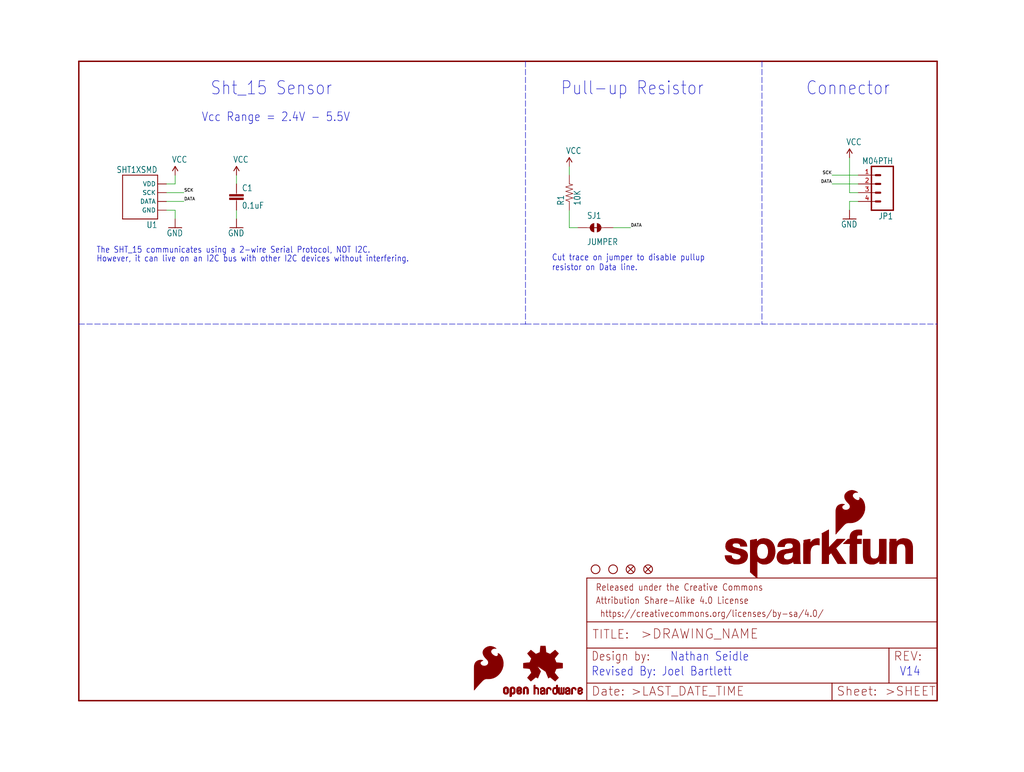
<source format=kicad_sch>
(kicad_sch (version 20211123) (generator eeschema)
  (paper "User" 297.002 223.926)
  (lib_symbols
    (symbol "schematicEagle-eagle-import:0.1UF-25V(+80{slash}-20%)(0603)"
      (property "Reference" "C" (at 1.524 2.921 0))
      (property "Value" "0.1UF-25V(+80{slash}-20%)(0603)" (at 1.524 -2.159 0))
      (symbol "0.1UF-25V(+80{slash}-20%)(0603)_1_0"
        (pin passive line (at 0 5.08 270) (length 2.54) (name "1") (number "1"))
        (pin passive line (at 0 -2.54 90) (length 2.54) (name "2") (number "2"))
      )
    )
    (symbol "schematicEagle-eagle-import:10KOHM-1{slash}10W-1%(0603)0603"
      (property "Reference" "R" (at -3.81 1.4986 0))
      (property "Value" "10KOHM-1{slash}10W-1%(0603)0603" (at -3.81 -3.302 0))
      (symbol "10KOHM-1{slash}10W-1%(0603)0603_1_0"
        (pin passive line (at -5.08 0 0) (length 2.54) (name "1") (number "1"))
        (pin passive line (at 5.08 0 180) (length 2.54) (name "2") (number "2"))
      )
    )
    (symbol "schematicEagle-eagle-import:FIDUCIAL1X2")
    (symbol "schematicEagle-eagle-import:FRAME-LETTER"
      (symbol "FRAME-LETTER_2_0"
        (text " https://creativecommons.org/licenses/by-sa/4.0/" (at 2.54 24.13 0) (effects (font (size 1.9304 1.6408)) (justify left bottom)))
        (text ">DRAWING_NAME" (at 15.494 17.78 0) (effects (font (size 2.7432 2.7432)) (justify left bottom)))
        (text ">LAST_DATE_TIME" (at 12.7 1.27 0) (effects (font (size 2.54 2.54)) (justify left bottom)))
        (text ">SHEET" (at 86.36 1.27 0) (effects (font (size 2.54 2.54)) (justify left bottom)))
        (text "Attribution Share-Alike 4.0 License" (at 2.54 27.94 0) (effects (font (size 1.9304 1.6408)) (justify left bottom)))
        (text "Date:" (at 1.27 1.27 0) (effects (font (size 2.54 2.54)) (justify left bottom)))
        (text "Design by:" (at 1.27 11.43 0) (effects (font (size 2.54 2.159)) (justify left bottom)))
        (text "Released under the Creative Commons" (at 2.54 31.75 0) (effects (font (size 1.9304 1.6408)) (justify left bottom)))
        (text "REV:" (at 88.9 11.43 0) (effects (font (size 2.54 2.54)) (justify left bottom)))
        (text "Sheet:" (at 72.39 1.27 0) (effects (font (size 2.54 2.54)) (justify left bottom)))
        (text "TITLE:" (at 1.524 17.78 0) (effects (font (size 2.54 2.54)) (justify left bottom)))
      )
    )
    (symbol "schematicEagle-eagle-import:GND" (power)
      (property "Value" "GND" (at -2.54 -2.54 0))
      (symbol "GND_1_0"
        (pin power_in line (at 0 2.54 270) (length 2.54) (name "GND") (number "1"))
      )
    )
    (symbol "schematicEagle-eagle-import:JUMPER-PAD-2-NC_BY_TRACE"
      (property "Reference" "SJ" (at -2.54 2.54 0))
      (property "Value" "JUMPER-PAD-2-NC_BY_TRACE" (at -2.54 -5.08 0))
      (symbol "JUMPER-PAD-2-NC_BY_TRACE_1_0"
        (pin passive line (at -5.08 0 0) (length 2.54) (name "1") (number "1"))
        (pin passive line (at 5.08 0 180) (length 2.54) (name "2") (number "2"))
      )
    )
    (symbol "schematicEagle-eagle-import:M04PTH"
      (property "Reference" "JP" (at -5.08 8.382 0))
      (property "Value" "M04PTH" (at -5.08 -7.62 0))
      (symbol "M04PTH_1_0"
        (pin passive line (at 5.08 -2.54 180) (length 5.08) (name "1") (number "1"))
        (pin passive line (at 5.08 0 180) (length 5.08) (name "2") (number "2"))
        (pin passive line (at 5.08 2.54 180) (length 5.08) (name "3") (number "3"))
        (pin passive line (at 5.08 5.08 180) (length 5.08) (name "4") (number "4"))
      )
    )
    (symbol "schematicEagle-eagle-import:OSHW-LOGOS")
    (symbol "schematicEagle-eagle-import:SFE_LOGO_FLAME.1_INCH")
    (symbol "schematicEagle-eagle-import:SFE_LOGO_NAME.1_INCH")
    (symbol "schematicEagle-eagle-import:SFE_LOGO_NAME_FLAME.1_INCH")
    (symbol "schematicEagle-eagle-import:SHT1XSMD"
      (property "Value" "SHT1XSMD" (at -5.08 -7.62 0))
      (symbol "SHT1XSMD_1_0"
        (pin power_in line (at -7.62 5.08 0) (length 2.54) (name "GND") (number "1"))
        (pin bidirectional line (at -7.62 2.54 0) (length 2.54) (name "DATA") (number "2"))
        (pin input line (at -7.62 0 0) (length 2.54) (name "SCK") (number "3"))
        (pin power_in line (at -7.62 -2.54 0) (length 2.54) (name "VDD") (number "4"))
      )
    )
    (symbol "schematicEagle-eagle-import:STAND-OFF")
    (symbol "schematicEagle-eagle-import:VCC" (power)
      (property "Value" "VCC" (at -1.016 3.556 0))
      (symbol "VCC_1_0"
        (pin power_in line (at 0 0 90) (length 2.54) (name "VCC") (number "1"))
      )
    )
  )
  (wire (pts (xy 48.26 58.42) (xy 53.34 58.42)))
  (wire (pts (xy 248.92 53.34) (xy 241.3 53.34)))
  (wire (pts (xy 68.58 50.8) (xy 68.58 53.34)))
  (wire (pts (xy 246.38 58.42) (xy 246.38 60.96)))
  (polyline (pts (xy 22.86 93.98) (xy 152.4 93.98)))
  (polyline (pts (xy 220.98 93.98) (xy 271.78 93.98)))
  (wire (pts (xy 248.92 50.8) (xy 241.3 50.8)))
  (wire (pts (xy 246.38 55.88) (xy 246.38 45.72)))
  (wire (pts (xy 248.92 55.88) (xy 246.38 55.88)))
  (polyline (pts (xy 152.4 17.78) (xy 152.4 93.98)))
  (polyline (pts (xy 152.4 93.98) (xy 220.98 93.98)))
  (polyline (pts (xy 220.98 17.78) (xy 220.98 93.98)))
  (wire (pts (xy 248.92 58.42) (xy 246.38 58.42)))
  (wire (pts (xy 48.26 60.96) (xy 50.8 60.96)))
  (wire (pts (xy 165.1 48.26) (xy 165.1 50.8)))
  (wire (pts (xy 50.8 60.96) (xy 50.8 63.5)))
  (wire (pts (xy 165.1 60.96) (xy 165.1 66.04)))
  (wire (pts (xy 48.26 55.88) (xy 53.34 55.88)))
  (wire (pts (xy 68.58 63.5) (xy 68.58 60.96)))
  (wire (pts (xy 165.1 66.04) (xy 167.64 66.04)))
  (wire (pts (xy 50.8 53.34) (xy 50.8 50.8)))
  (wire (pts (xy 48.26 53.34) (xy 50.8 53.34)))
  (wire (pts (xy 177.8 66.04) (xy 182.88 66.04)))
  (text "However, it can live on an I2C bus with other I2C devices without interfering." (at 27.94 76.2 0) (effects (font (size 1.778 1.5113)) (justify left bottom)))
  (text "Revised By: Joel Bartlett" (at 171.45 196.342 180) (effects (font (size 2.54 2.159)) (justify left bottom)))
  (text "Sht_15 Sensor" (at 60.96 27.94 180) (effects (font (size 3.81 3.2385)) (justify left bottom)))
  (text "Nathan Seidle" (at 194.31 192.024 180) (effects (font (size 2.54 2.159)) (justify left bottom)))
  (text "Vcc Range = 2.4V - 5.5V" (at 58.42 35.56 180) (effects (font (size 2.54 2.159)) (justify left bottom)))
  (text "The SHT_15 communicates using a 2-wire Serial Protocol, NOT I2C." (at 27.94 73.66 0) (effects (font (size 1.778 1.5113)) (justify left bottom)))
  (text "Connector" (at 233.68 27.94 180) (effects (font (size 3.81 3.2385)) (justify left bottom)))
  (text "Cut trace on jumper to disable pullup\nresistor on Data line." (at 160.02 78.74 0) (effects (font (size 1.778 1.5113)) (justify left bottom)))
  (text "V14" (at 260.858 196.342 180) (effects (font (size 2.54 2.159)) (justify left bottom)))
  (text "Pull-up Resistor" (at 162.56 27.94 180) (effects (font (size 3.81 3.2385)) (justify left bottom)))
  (label "DATA" (at 53.34 58.42 0) (effects (font (size 0.889 0.889))))
  (label "DATA" (at 182.88 66.04 0) (effects (font (size 0.889 0.889))))
  (label "DATA" (at 241.3 53.34 180) (effects (font (size 0.889 0.889))))
  (label "SCK" (at 241.3 50.8 180) (effects (font (size 0.889 0.889))))
  (label "SCK" (at 53.34 55.88 0) (effects (font (size 0.889 0.889))))
  (symbol (lib_id "schematicEagle-eagle-import:SFE_LOGO_NAME.1_INCH") (at 208.28 167.64 0) (unit 1)
    (property "Reference" "LOGO2" (effects hide))
    (property "Value" "SFE_LOGO_NAME.1_INCH" (effects hide))
    (property "Footprint" "schematicEagle:SFE_LOGO_NAME_.1" (effects hide))
  )
  (symbol (lib_id "schematicEagle-eagle-import:0.1UF-25V(+80{slash}-20%)(0603)") (at 68.58 58.42 0) (unit 1)
    (property "Reference" "C1" (at 70.104 55.499 0) (effects (font (size 1.778 1.5113)) (justify left bottom)))
    (property "Value" "0.1uF" (at 70.104 60.579 0) (effects (font (size 1.778 1.5113)) (justify left bottom)))
    (property "Footprint" "schematicEagle:0603-CAP" (effects hide))
  )
  (symbol (lib_id "schematicEagle-eagle-import:OSHW-LOGOS") (at 157.48 193.04 0) (unit 1)
    (property "Reference" "LOGO1" (effects hide))
    (property "Value" "OSHW-LOGOS" (effects hide))
    (property "Footprint" "schematicEagle:OSHW-LOGO-S" (effects hide))
  )
  (symbol (lib_id "schematicEagle-eagle-import:M04PTH") (at 254 53.34 180) (unit 1)
    (property "Reference" "JP1" (at 259.08 61.722 0) (effects (font (size 1.778 1.5113)) (justify left bottom)))
    (property "Value" "M04PTH" (at 259.08 45.72 0) (effects (font (size 1.778 1.5113)) (justify left bottom)))
    (property "Footprint" "schematicEagle:1X04" (effects hide))
  )
  (symbol (lib_id "schematicEagle-eagle-import:STAND-OFF") (at 177.8 165.1 0) (unit 1)
    (property "Reference" "STANDOFF2" (effects hide))
    (property "Value" "STAND-OFF" (effects hide))
    (property "Footprint" "schematicEagle:STAND-OFF" (effects hide))
  )
  (symbol (lib_id "schematicEagle-eagle-import:VCC") (at 246.38 45.72 0) (unit 1)
    (property "Reference" "#P+4" (effects hide))
    (property "Value" "VCC" (at 245.364 42.164 0) (effects (font (size 1.778 1.5113)) (justify left bottom)))
    (property "Footprint" "schematicEagle:" (effects hide))
  )
  (symbol (lib_id "schematicEagle-eagle-import:STAND-OFF") (at 172.72 165.1 0) (unit 1)
    (property "Reference" "STANDOFF1" (effects hide))
    (property "Value" "STAND-OFF" (effects hide))
    (property "Footprint" "schematicEagle:STAND-OFF" (effects hide))
  )
  (symbol (lib_id "schematicEagle-eagle-import:SHT1XSMD") (at 40.64 55.88 180) (unit 1)
    (property "Reference" "U1" (at 45.72 64.262 0) (effects (font (size 1.778 1.5113)) (justify left bottom)))
    (property "Value" "SHT1XSMD" (at 45.72 48.26 0) (effects (font (size 1.778 1.5113)) (justify left bottom)))
    (property "Footprint" "schematicEagle:SHT1X" (effects hide))
  )
  (symbol (lib_id "schematicEagle-eagle-import:GND") (at 246.38 63.5 0) (unit 1)
    (property "Reference" "#GND2" (effects hide))
    (property "Value" "GND" (at 243.84 66.04 0) (effects (font (size 1.778 1.5113)) (justify left bottom)))
    (property "Footprint" "schematicEagle:" (effects hide))
  )
  (symbol (lib_id "schematicEagle-eagle-import:10KOHM-1{slash}10W-1%(0603)0603") (at 165.1 55.88 90) (unit 1)
    (property "Reference" "R1" (at 163.6014 59.69 0) (effects (font (size 1.778 1.5113)) (justify left bottom)))
    (property "Value" "10K" (at 168.402 59.69 0) (effects (font (size 1.778 1.5113)) (justify left bottom)))
    (property "Footprint" "schematicEagle:0603-RES" (effects hide))
  )
  (symbol (lib_id "schematicEagle-eagle-import:JUMPER-PAD-2-NC_BY_TRACE") (at 172.72 66.04 0) (unit 1)
    (property "Reference" "SJ1" (at 170.18 63.5 0) (effects (font (size 1.778 1.5113)) (justify left bottom)))
    (property "Value" "JUMPER" (at 170.18 71.12 0) (effects (font (size 1.778 1.5113)) (justify left bottom)))
    (property "Footprint" "schematicEagle:PAD-JUMPER-2-NC_BY_TRACE_YES_SILK" (effects hide))
  )
  (symbol (lib_id "schematicEagle-eagle-import:FIDUCIAL1X2") (at 182.88 165.1 0) (unit 1)
    (property "Reference" "FID1" (effects hide))
    (property "Value" "FIDUCIAL1X2" (effects hide))
    (property "Footprint" "schematicEagle:FIDUCIAL-1X2" (effects hide))
  )
  (symbol (lib_id "schematicEagle-eagle-import:SFE_LOGO_FLAME.1_INCH") (at 137.16 200.66 0) (unit 1)
    (property "Reference" "LOGO4" (effects hide))
    (property "Value" "SFE_LOGO_FLAME.1_INCH" (effects hide))
    (property "Footprint" "schematicEagle:SFE_LOGO_FLAME_.1" (effects hide))
  )
  (symbol (lib_id "schematicEagle-eagle-import:VCC") (at 165.1 48.26 0) (unit 1)
    (property "Reference" "#P+2" (effects hide))
    (property "Value" "VCC" (at 164.084 44.704 0) (effects (font (size 1.778 1.5113)) (justify left bottom)))
    (property "Footprint" "schematicEagle:" (effects hide))
  )
  (symbol (lib_id "schematicEagle-eagle-import:GND") (at 50.8 66.04 0) (unit 1)
    (property "Reference" "#GND1" (effects hide))
    (property "Value" "GND" (at 48.26 68.58 0) (effects (font (size 1.778 1.5113)) (justify left bottom)))
    (property "Footprint" "schematicEagle:" (effects hide))
  )
  (symbol (lib_id "schematicEagle-eagle-import:SFE_LOGO_NAME_FLAME.1_INCH") (at 209.5754 168.021 0) (unit 1)
    (property "Reference" "LOGO5" (effects hide))
    (property "Value" "SFE_LOGO_NAME_FLAME.1_INCH" (effects hide))
    (property "Footprint" "schematicEagle:SFE_LOGO_NAME_FLAME_.1" (effects hide))
  )
  (symbol (lib_id "schematicEagle-eagle-import:FIDUCIAL1X2") (at 187.96 165.1 0) (unit 1)
    (property "Reference" "FID2" (effects hide))
    (property "Value" "FIDUCIAL1X2" (effects hide))
    (property "Footprint" "schematicEagle:FIDUCIAL-1X2" (effects hide))
  )
  (symbol (lib_id "schematicEagle-eagle-import:FRAME-LETTER") (at 170.18 203.2 0) (unit 2)
    (property "Reference" "FRAME1" (effects hide))
    (property "Value" "FRAME-LETTER" (effects hide))
    (property "Footprint" "schematicEagle:CREATIVE_COMMONS" (effects hide))
  )
  (symbol (lib_id "schematicEagle-eagle-import:FRAME-LETTER") (at 22.86 203.2 0) (unit 1)
    (property "Reference" "FRAME1" (effects hide))
    (property "Value" "FRAME-LETTER" (effects hide))
    (property "Footprint" "schematicEagle:CREATIVE_COMMONS" (effects hide))
  )
  (symbol (lib_id "schematicEagle-eagle-import:GND") (at 68.58 66.04 0) (unit 1)
    (property "Reference" "#GND3" (effects hide))
    (property "Value" "GND" (at 66.04 68.58 0) (effects (font (size 1.778 1.5113)) (justify left bottom)))
    (property "Footprint" "schematicEagle:" (effects hide))
  )
  (symbol (lib_id "schematicEagle-eagle-import:VCC") (at 50.8 50.8 0) (unit 1)
    (property "Reference" "#P+3" (effects hide))
    (property "Value" "VCC" (at 49.784 47.244 0) (effects (font (size 1.778 1.5113)) (justify left bottom)))
    (property "Footprint" "schematicEagle:" (effects hide))
  )
  (symbol (lib_id "schematicEagle-eagle-import:VCC") (at 68.58 50.8 0) (unit 1)
    (property "Reference" "#P+1" (effects hide))
    (property "Value" "VCC" (at 67.564 47.244 0) (effects (font (size 1.778 1.5113)) (justify left bottom)))
    (property "Footprint" "schematicEagle:" (effects hide))
  )
)
</source>
